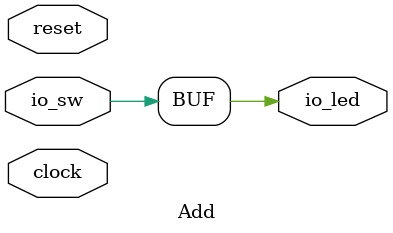
<source format=v>
module Add(
  input   clock,
  input   reset,
  output  io_led, // @[\\src\\main\\scala\\empty\\Add.scala 14:14]
  input   io_sw // @[\\src\\main\\scala\\empty\\Add.scala 14:14]
);
  assign io_led = io_sw; // @[\\src\\main\\scala\\empty\\Add.scala 19:10]
endmodule

</source>
